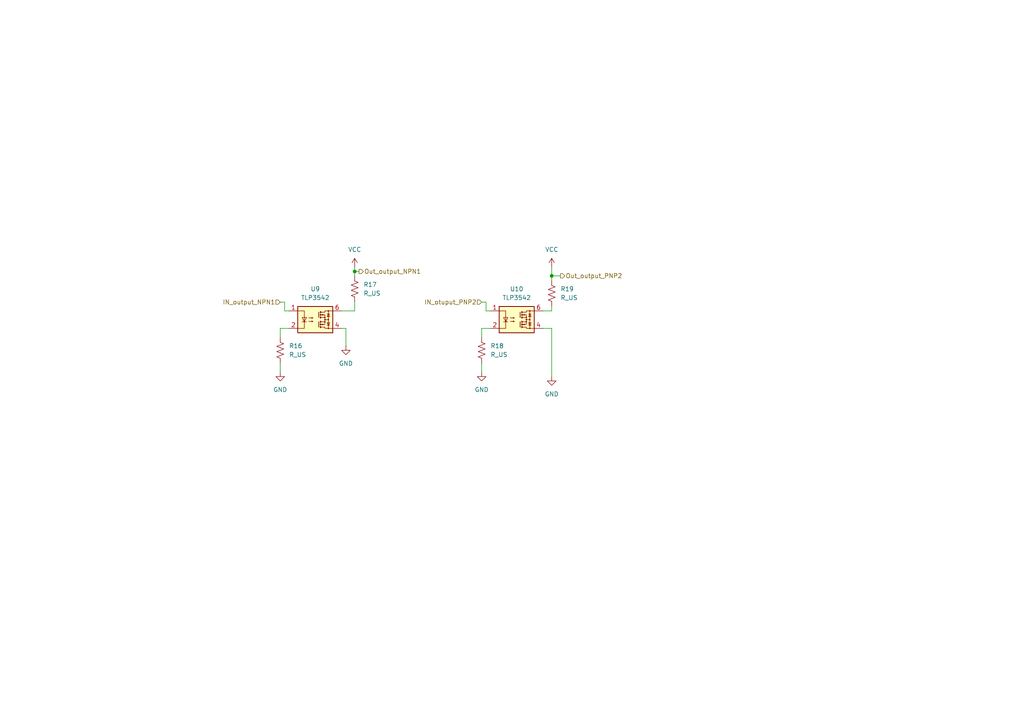
<source format=kicad_sch>
(kicad_sch
	(version 20231120)
	(generator "eeschema")
	(generator_version "8.0")
	(uuid "1f8f7a88-f920-4530-86bb-9885b2e842ee")
	(paper "A4")
	(lib_symbols
		(symbol "Device:R_US"
			(pin_numbers hide)
			(pin_names
				(offset 0)
			)
			(exclude_from_sim no)
			(in_bom yes)
			(on_board yes)
			(property "Reference" "R"
				(at 2.54 0 90)
				(effects
					(font
						(size 1.27 1.27)
					)
				)
			)
			(property "Value" "R_US"
				(at -2.54 0 90)
				(effects
					(font
						(size 1.27 1.27)
					)
				)
			)
			(property "Footprint" ""
				(at 1.016 -0.254 90)
				(effects
					(font
						(size 1.27 1.27)
					)
					(hide yes)
				)
			)
			(property "Datasheet" "~"
				(at 0 0 0)
				(effects
					(font
						(size 1.27 1.27)
					)
					(hide yes)
				)
			)
			(property "Description" "Resistor, US symbol"
				(at 0 0 0)
				(effects
					(font
						(size 1.27 1.27)
					)
					(hide yes)
				)
			)
			(property "ki_keywords" "R res resistor"
				(at 0 0 0)
				(effects
					(font
						(size 1.27 1.27)
					)
					(hide yes)
				)
			)
			(property "ki_fp_filters" "R_*"
				(at 0 0 0)
				(effects
					(font
						(size 1.27 1.27)
					)
					(hide yes)
				)
			)
			(symbol "R_US_0_1"
				(polyline
					(pts
						(xy 0 -2.286) (xy 0 -2.54)
					)
					(stroke
						(width 0)
						(type default)
					)
					(fill
						(type none)
					)
				)
				(polyline
					(pts
						(xy 0 2.286) (xy 0 2.54)
					)
					(stroke
						(width 0)
						(type default)
					)
					(fill
						(type none)
					)
				)
				(polyline
					(pts
						(xy 0 -0.762) (xy 1.016 -1.143) (xy 0 -1.524) (xy -1.016 -1.905) (xy 0 -2.286)
					)
					(stroke
						(width 0)
						(type default)
					)
					(fill
						(type none)
					)
				)
				(polyline
					(pts
						(xy 0 0.762) (xy 1.016 0.381) (xy 0 0) (xy -1.016 -0.381) (xy 0 -0.762)
					)
					(stroke
						(width 0)
						(type default)
					)
					(fill
						(type none)
					)
				)
				(polyline
					(pts
						(xy 0 2.286) (xy 1.016 1.905) (xy 0 1.524) (xy -1.016 1.143) (xy 0 0.762)
					)
					(stroke
						(width 0)
						(type default)
					)
					(fill
						(type none)
					)
				)
			)
			(symbol "R_US_1_1"
				(pin passive line
					(at 0 3.81 270)
					(length 1.27)
					(name "~"
						(effects
							(font
								(size 1.27 1.27)
							)
						)
					)
					(number "1"
						(effects
							(font
								(size 1.27 1.27)
							)
						)
					)
				)
				(pin passive line
					(at 0 -3.81 90)
					(length 1.27)
					(name "~"
						(effects
							(font
								(size 1.27 1.27)
							)
						)
					)
					(number "2"
						(effects
							(font
								(size 1.27 1.27)
							)
						)
					)
				)
			)
		)
		(symbol "Relay_SolidState:TLP3542"
			(exclude_from_sim no)
			(in_bom yes)
			(on_board yes)
			(property "Reference" "U"
				(at -3.81 5.08 0)
				(effects
					(font
						(size 1.27 1.27)
					)
				)
			)
			(property "Value" "TLP3542"
				(at -1.27 -5.08 0)
				(effects
					(font
						(size 1.27 1.27)
					)
				)
			)
			(property "Footprint" "Package_DIP:DIP-5-6_W7.62mm"
				(at 0 -7.62 0)
				(effects
					(font
						(size 1.27 1.27)
					)
					(hide yes)
				)
			)
			(property "Datasheet" "https://toshiba.semicon-storage.com/info/docget.jsp?did=1284&prodName=TLP3542"
				(at 0 0 0)
				(effects
					(font
						(size 1.27 1.27)
					)
					(hide yes)
				)
			)
			(property "Description" "Photo MOSFET optically coupled, ON 4A, 50mohm, OFF state 20V, Isolation 2500 VRMS, DIP-5-6"
				(at 0 0 0)
				(effects
					(font
						(size 1.27 1.27)
					)
					(hide yes)
				)
			)
			(property "ki_keywords" "photocouplers photorelay solidstate relay normally opened (1-Form-A)"
				(at 0 0 0)
				(effects
					(font
						(size 1.27 1.27)
					)
					(hide yes)
				)
			)
			(property "ki_fp_filters" "DIP*W7.62mm*"
				(at 0 0 0)
				(effects
					(font
						(size 1.27 1.27)
					)
					(hide yes)
				)
			)
			(symbol "TLP3542_0_1"
				(rectangle
					(start -5.08 3.81)
					(end 5.08 -3.81)
					(stroke
						(width 0.254)
						(type default)
					)
					(fill
						(type background)
					)
				)
				(polyline
					(pts
						(xy -3.81 -0.635) (xy -2.54 -0.635)
					)
					(stroke
						(width 0)
						(type default)
					)
					(fill
						(type none)
					)
				)
				(polyline
					(pts
						(xy 1.016 -0.635) (xy 1.016 -2.159)
					)
					(stroke
						(width 0.2032)
						(type default)
					)
					(fill
						(type none)
					)
				)
				(polyline
					(pts
						(xy 1.016 2.159) (xy 1.016 0.635)
					)
					(stroke
						(width 0.2032)
						(type default)
					)
					(fill
						(type none)
					)
				)
				(polyline
					(pts
						(xy 1.524 -0.508) (xy 1.524 -0.762)
					)
					(stroke
						(width 0.3556)
						(type default)
					)
					(fill
						(type none)
					)
				)
				(polyline
					(pts
						(xy 2.794 0) (xy 3.81 0)
					)
					(stroke
						(width 0)
						(type default)
					)
					(fill
						(type none)
					)
				)
				(polyline
					(pts
						(xy 3.429 -1.651) (xy 4.191 -1.651)
					)
					(stroke
						(width 0)
						(type default)
					)
					(fill
						(type none)
					)
				)
				(polyline
					(pts
						(xy 3.429 1.651) (xy 4.191 1.651)
					)
					(stroke
						(width 0)
						(type default)
					)
					(fill
						(type none)
					)
				)
				(polyline
					(pts
						(xy 3.81 -2.54) (xy 3.81 2.54)
					)
					(stroke
						(width 0)
						(type default)
					)
					(fill
						(type none)
					)
				)
				(polyline
					(pts
						(xy 1.524 -2.032) (xy 1.524 -2.286) (xy 1.524 -2.286)
					)
					(stroke
						(width 0.3556)
						(type default)
					)
					(fill
						(type none)
					)
				)
				(polyline
					(pts
						(xy 1.524 -1.27) (xy 1.524 -1.524) (xy 1.524 -1.524)
					)
					(stroke
						(width 0.3556)
						(type default)
					)
					(fill
						(type none)
					)
				)
				(polyline
					(pts
						(xy 1.524 0.762) (xy 1.524 0.508) (xy 1.524 0.508)
					)
					(stroke
						(width 0.3556)
						(type default)
					)
					(fill
						(type none)
					)
				)
				(polyline
					(pts
						(xy 1.524 1.524) (xy 1.524 1.27) (xy 1.524 1.27)
					)
					(stroke
						(width 0.3556)
						(type default)
					)
					(fill
						(type none)
					)
				)
				(polyline
					(pts
						(xy 1.524 2.286) (xy 1.524 2.032) (xy 1.524 2.032)
					)
					(stroke
						(width 0.3556)
						(type default)
					)
					(fill
						(type none)
					)
				)
				(polyline
					(pts
						(xy 1.651 -1.397) (xy 2.794 -1.397) (xy 2.794 -0.635)
					)
					(stroke
						(width 0)
						(type default)
					)
					(fill
						(type none)
					)
				)
				(polyline
					(pts
						(xy 1.651 1.397) (xy 2.794 1.397) (xy 2.794 0.635)
					)
					(stroke
						(width 0)
						(type default)
					)
					(fill
						(type none)
					)
				)
				(polyline
					(pts
						(xy -5.08 2.54) (xy -3.175 2.54) (xy -3.175 -2.54) (xy -5.08 -2.54)
					)
					(stroke
						(width 0)
						(type default)
					)
					(fill
						(type none)
					)
				)
				(polyline
					(pts
						(xy -3.175 -0.635) (xy -3.81 0.635) (xy -2.54 0.635) (xy -3.175 -0.635)
					)
					(stroke
						(width 0)
						(type default)
					)
					(fill
						(type none)
					)
				)
				(polyline
					(pts
						(xy 1.651 -2.159) (xy 2.794 -2.159) (xy 2.794 -2.54) (xy 5.08 -2.54)
					)
					(stroke
						(width 0)
						(type default)
					)
					(fill
						(type none)
					)
				)
				(polyline
					(pts
						(xy 1.651 -0.635) (xy 2.794 -0.635) (xy 2.794 0.635) (xy 1.651 0.635)
					)
					(stroke
						(width 0)
						(type default)
					)
					(fill
						(type none)
					)
				)
				(polyline
					(pts
						(xy 1.651 2.159) (xy 2.794 2.159) (xy 2.794 2.54) (xy 5.08 2.54)
					)
					(stroke
						(width 0)
						(type default)
					)
					(fill
						(type none)
					)
				)
				(polyline
					(pts
						(xy 1.778 -1.397) (xy 2.286 -1.27) (xy 2.286 -1.524) (xy 1.778 -1.397)
					)
					(stroke
						(width 0)
						(type default)
					)
					(fill
						(type none)
					)
				)
				(polyline
					(pts
						(xy 1.778 1.397) (xy 2.286 1.524) (xy 2.286 1.27) (xy 1.778 1.397)
					)
					(stroke
						(width 0)
						(type default)
					)
					(fill
						(type none)
					)
				)
				(polyline
					(pts
						(xy 3.81 -1.651) (xy 3.429 -0.889) (xy 4.191 -0.889) (xy 3.81 -1.651)
					)
					(stroke
						(width 0)
						(type default)
					)
					(fill
						(type none)
					)
				)
				(polyline
					(pts
						(xy 3.81 1.651) (xy 3.429 0.889) (xy 4.191 0.889) (xy 3.81 1.651)
					)
					(stroke
						(width 0)
						(type default)
					)
					(fill
						(type none)
					)
				)
				(polyline
					(pts
						(xy -1.905 -0.508) (xy -0.635 -0.508) (xy -1.016 -0.635) (xy -1.016 -0.381) (xy -0.635 -0.508)
					)
					(stroke
						(width 0)
						(type default)
					)
					(fill
						(type none)
					)
				)
				(polyline
					(pts
						(xy -1.905 0.508) (xy -0.635 0.508) (xy -1.016 0.381) (xy -1.016 0.635) (xy -0.635 0.508)
					)
					(stroke
						(width 0)
						(type default)
					)
					(fill
						(type none)
					)
				)
				(circle
					(center 2.794 -0.635)
					(radius 0.127)
					(stroke
						(width 0)
						(type default)
					)
					(fill
						(type none)
					)
				)
				(circle
					(center 2.794 0)
					(radius 0.127)
					(stroke
						(width 0)
						(type default)
					)
					(fill
						(type none)
					)
				)
				(circle
					(center 2.794 0.635)
					(radius 0.127)
					(stroke
						(width 0)
						(type default)
					)
					(fill
						(type none)
					)
				)
				(circle
					(center 3.81 -2.54)
					(radius 0.127)
					(stroke
						(width 0)
						(type default)
					)
					(fill
						(type none)
					)
				)
				(circle
					(center 3.81 0)
					(radius 0.127)
					(stroke
						(width 0)
						(type default)
					)
					(fill
						(type none)
					)
				)
				(circle
					(center 3.81 2.54)
					(radius 0.127)
					(stroke
						(width 0)
						(type default)
					)
					(fill
						(type none)
					)
				)
			)
			(symbol "TLP3542_1_1"
				(pin passive line
					(at -7.62 2.54 0)
					(length 2.54)
					(name "~"
						(effects
							(font
								(size 1.27 1.27)
							)
						)
					)
					(number "1"
						(effects
							(font
								(size 1.27 1.27)
							)
						)
					)
				)
				(pin passive line
					(at -7.62 -2.54 0)
					(length 2.54)
					(name "~"
						(effects
							(font
								(size 1.27 1.27)
							)
						)
					)
					(number "2"
						(effects
							(font
								(size 1.27 1.27)
							)
						)
					)
				)
				(pin no_connect line
					(at -5.08 0 0)
					(length 2.54) hide
					(name "~"
						(effects
							(font
								(size 1.27 1.27)
							)
						)
					)
					(number "3"
						(effects
							(font
								(size 1.27 1.27)
							)
						)
					)
				)
				(pin passive line
					(at 7.62 -2.54 180)
					(length 2.54)
					(name "~"
						(effects
							(font
								(size 1.27 1.27)
							)
						)
					)
					(number "4"
						(effects
							(font
								(size 1.27 1.27)
							)
						)
					)
				)
				(pin passive line
					(at 7.62 2.54 180)
					(length 2.54)
					(name "~"
						(effects
							(font
								(size 1.27 1.27)
							)
						)
					)
					(number "6"
						(effects
							(font
								(size 1.27 1.27)
							)
						)
					)
				)
			)
		)
		(symbol "power:GND"
			(power)
			(pin_numbers hide)
			(pin_names
				(offset 0) hide)
			(exclude_from_sim no)
			(in_bom yes)
			(on_board yes)
			(property "Reference" "#PWR"
				(at 0 -6.35 0)
				(effects
					(font
						(size 1.27 1.27)
					)
					(hide yes)
				)
			)
			(property "Value" "GND"
				(at 0 -3.81 0)
				(effects
					(font
						(size 1.27 1.27)
					)
				)
			)
			(property "Footprint" ""
				(at 0 0 0)
				(effects
					(font
						(size 1.27 1.27)
					)
					(hide yes)
				)
			)
			(property "Datasheet" ""
				(at 0 0 0)
				(effects
					(font
						(size 1.27 1.27)
					)
					(hide yes)
				)
			)
			(property "Description" "Power symbol creates a global label with name \"GND\" , ground"
				(at 0 0 0)
				(effects
					(font
						(size 1.27 1.27)
					)
					(hide yes)
				)
			)
			(property "ki_keywords" "global power"
				(at 0 0 0)
				(effects
					(font
						(size 1.27 1.27)
					)
					(hide yes)
				)
			)
			(symbol "GND_0_1"
				(polyline
					(pts
						(xy 0 0) (xy 0 -1.27) (xy 1.27 -1.27) (xy 0 -2.54) (xy -1.27 -1.27) (xy 0 -1.27)
					)
					(stroke
						(width 0)
						(type default)
					)
					(fill
						(type none)
					)
				)
			)
			(symbol "GND_1_1"
				(pin power_in line
					(at 0 0 270)
					(length 0)
					(name "~"
						(effects
							(font
								(size 1.27 1.27)
							)
						)
					)
					(number "1"
						(effects
							(font
								(size 1.27 1.27)
							)
						)
					)
				)
			)
		)
		(symbol "power:VCC"
			(power)
			(pin_numbers hide)
			(pin_names
				(offset 0) hide)
			(exclude_from_sim no)
			(in_bom yes)
			(on_board yes)
			(property "Reference" "#PWR"
				(at 0 -3.81 0)
				(effects
					(font
						(size 1.27 1.27)
					)
					(hide yes)
				)
			)
			(property "Value" "VCC"
				(at 0 3.556 0)
				(effects
					(font
						(size 1.27 1.27)
					)
				)
			)
			(property "Footprint" ""
				(at 0 0 0)
				(effects
					(font
						(size 1.27 1.27)
					)
					(hide yes)
				)
			)
			(property "Datasheet" ""
				(at 0 0 0)
				(effects
					(font
						(size 1.27 1.27)
					)
					(hide yes)
				)
			)
			(property "Description" "Power symbol creates a global label with name \"VCC\""
				(at 0 0 0)
				(effects
					(font
						(size 1.27 1.27)
					)
					(hide yes)
				)
			)
			(property "ki_keywords" "global power"
				(at 0 0 0)
				(effects
					(font
						(size 1.27 1.27)
					)
					(hide yes)
				)
			)
			(symbol "VCC_0_1"
				(polyline
					(pts
						(xy -0.762 1.27) (xy 0 2.54)
					)
					(stroke
						(width 0)
						(type default)
					)
					(fill
						(type none)
					)
				)
				(polyline
					(pts
						(xy 0 0) (xy 0 2.54)
					)
					(stroke
						(width 0)
						(type default)
					)
					(fill
						(type none)
					)
				)
				(polyline
					(pts
						(xy 0 2.54) (xy 0.762 1.27)
					)
					(stroke
						(width 0)
						(type default)
					)
					(fill
						(type none)
					)
				)
			)
			(symbol "VCC_1_1"
				(pin power_in line
					(at 0 0 90)
					(length 0)
					(name "~"
						(effects
							(font
								(size 1.27 1.27)
							)
						)
					)
					(number "1"
						(effects
							(font
								(size 1.27 1.27)
							)
						)
					)
				)
			)
		)
	)
	(junction
		(at 102.87 78.74)
		(diameter 0)
		(color 0 0 0 0)
		(uuid "47977089-e142-4573-8cf7-ad72694783ae")
	)
	(junction
		(at 160.02 80.01)
		(diameter 0)
		(color 0 0 0 0)
		(uuid "de55bcf9-5da6-458a-b334-095934ef5483")
	)
	(wire
		(pts
			(xy 160.02 95.25) (xy 160.02 109.22)
		)
		(stroke
			(width 0)
			(type default)
		)
		(uuid "0462ee7f-5cc8-4617-9fe2-064877bab2ae")
	)
	(wire
		(pts
			(xy 162.56 80.01) (xy 160.02 80.01)
		)
		(stroke
			(width 0)
			(type default)
		)
		(uuid "0941cd46-fc24-4a17-bd77-3e0495bf8aaa")
	)
	(wire
		(pts
			(xy 160.02 95.25) (xy 157.48 95.25)
		)
		(stroke
			(width 0)
			(type default)
		)
		(uuid "116bf743-b76b-461a-9535-5f28b8397bac")
	)
	(wire
		(pts
			(xy 140.97 87.63) (xy 139.7 87.63)
		)
		(stroke
			(width 0)
			(type default)
		)
		(uuid "1ba48afd-8dd0-4264-989b-c0b0ef006d98")
	)
	(wire
		(pts
			(xy 102.87 87.63) (xy 102.87 90.17)
		)
		(stroke
			(width 0)
			(type default)
		)
		(uuid "1e79655d-85ac-489f-8d84-6168899ae2fd")
	)
	(wire
		(pts
			(xy 160.02 80.01) (xy 160.02 81.28)
		)
		(stroke
			(width 0)
			(type default)
		)
		(uuid "1eccd335-4f5f-47d6-ab5a-449cfd3ec635")
	)
	(wire
		(pts
			(xy 81.28 95.25) (xy 81.28 97.79)
		)
		(stroke
			(width 0)
			(type default)
		)
		(uuid "2d111de1-f7f7-4342-801a-44c69f3aba7c")
	)
	(wire
		(pts
			(xy 102.87 78.74) (xy 102.87 80.01)
		)
		(stroke
			(width 0)
			(type default)
		)
		(uuid "34ce28c9-4388-433d-b9f1-cb5d5655b42c")
	)
	(wire
		(pts
			(xy 102.87 77.47) (xy 102.87 78.74)
		)
		(stroke
			(width 0)
			(type default)
		)
		(uuid "4256d980-1d4c-45f4-8e3b-3ad2e0bbd587")
	)
	(wire
		(pts
			(xy 139.7 95.25) (xy 139.7 97.79)
		)
		(stroke
			(width 0)
			(type default)
		)
		(uuid "45fe8476-e38d-48ee-8ceb-32e71a5ecc0a")
	)
	(wire
		(pts
			(xy 160.02 77.47) (xy 160.02 80.01)
		)
		(stroke
			(width 0)
			(type default)
		)
		(uuid "51c20749-12be-411f-800b-fb9a2f06782d")
	)
	(wire
		(pts
			(xy 102.87 78.74) (xy 104.14 78.74)
		)
		(stroke
			(width 0)
			(type default)
		)
		(uuid "5a2fc606-6944-4c89-b27a-4e6e39d38aa1")
	)
	(wire
		(pts
			(xy 81.28 105.41) (xy 81.28 107.95)
		)
		(stroke
			(width 0)
			(type default)
		)
		(uuid "5a83b831-e5ac-4629-a7ba-5ee2966634ac")
	)
	(wire
		(pts
			(xy 100.33 95.25) (xy 100.33 100.33)
		)
		(stroke
			(width 0)
			(type default)
		)
		(uuid "5aa5f8c1-ffb3-48d2-8cec-906401f9e817")
	)
	(wire
		(pts
			(xy 140.97 90.17) (xy 140.97 87.63)
		)
		(stroke
			(width 0)
			(type default)
		)
		(uuid "6585bbbf-841d-4b88-ac81-42e64099036b")
	)
	(wire
		(pts
			(xy 82.55 87.63) (xy 81.28 87.63)
		)
		(stroke
			(width 0)
			(type default)
		)
		(uuid "698aab8d-3f5d-4c53-862b-31fece38ab7e")
	)
	(wire
		(pts
			(xy 142.24 95.25) (xy 139.7 95.25)
		)
		(stroke
			(width 0)
			(type default)
		)
		(uuid "773835a6-1b10-4c2b-820c-a5c753782dc0")
	)
	(wire
		(pts
			(xy 83.82 95.25) (xy 81.28 95.25)
		)
		(stroke
			(width 0)
			(type default)
		)
		(uuid "7a01a404-bb04-4198-ab82-d75e7ed362a0")
	)
	(wire
		(pts
			(xy 139.7 105.41) (xy 139.7 107.95)
		)
		(stroke
			(width 0)
			(type default)
		)
		(uuid "92b09a47-efbc-4d38-a204-73974321cb20")
	)
	(wire
		(pts
			(xy 82.55 90.17) (xy 82.55 87.63)
		)
		(stroke
			(width 0)
			(type default)
		)
		(uuid "b4b56d85-91d2-4974-b2ab-fd775064cdfe")
	)
	(wire
		(pts
			(xy 140.97 90.17) (xy 142.24 90.17)
		)
		(stroke
			(width 0)
			(type default)
		)
		(uuid "be1b743f-2c6f-4760-ba5e-a2427e7905d6")
	)
	(wire
		(pts
			(xy 160.02 90.17) (xy 160.02 88.9)
		)
		(stroke
			(width 0)
			(type default)
		)
		(uuid "cd4272e4-12df-467b-82ad-79ba4dadc674")
	)
	(wire
		(pts
			(xy 102.87 90.17) (xy 99.06 90.17)
		)
		(stroke
			(width 0)
			(type default)
		)
		(uuid "d09b3daa-a6c9-4762-9223-f531c5979b87")
	)
	(wire
		(pts
			(xy 157.48 90.17) (xy 160.02 90.17)
		)
		(stroke
			(width 0)
			(type default)
		)
		(uuid "e5cd0017-fdd9-4612-974c-ff3c92eecb20")
	)
	(wire
		(pts
			(xy 100.33 95.25) (xy 99.06 95.25)
		)
		(stroke
			(width 0)
			(type default)
		)
		(uuid "f1a7cb5a-f39c-4829-9536-0965adfd1752")
	)
	(wire
		(pts
			(xy 82.55 90.17) (xy 83.82 90.17)
		)
		(stroke
			(width 0)
			(type default)
		)
		(uuid "f44fbcf9-6d11-49df-8406-ca0e8a017f81")
	)
	(hierarchical_label "Out_output_PNP2"
		(shape output)
		(at 162.56 80.01 0)
		(fields_autoplaced yes)
		(effects
			(font
				(size 1.27 1.27)
			)
			(justify left)
		)
		(uuid "5b1c1ef4-016c-4354-ae87-034a9d064e63")
	)
	(hierarchical_label "IN_otuput_PNP2"
		(shape input)
		(at 139.7 87.63 180)
		(fields_autoplaced yes)
		(effects
			(font
				(size 1.27 1.27)
			)
			(justify right)
		)
		(uuid "6f28951b-0584-4b8b-a4b3-11a68a87d51c")
	)
	(hierarchical_label "Out_output_NPN1"
		(shape output)
		(at 104.14 78.74 0)
		(fields_autoplaced yes)
		(effects
			(font
				(size 1.27 1.27)
			)
			(justify left)
		)
		(uuid "8b7e623a-acdd-4cba-8974-edce7cf420e9")
	)
	(hierarchical_label "IN_output_NPN1"
		(shape input)
		(at 81.28 87.63 180)
		(fields_autoplaced yes)
		(effects
			(font
				(size 1.27 1.27)
			)
			(justify right)
		)
		(uuid "d98d7509-f51e-4f61-a3f6-5d10c7950952")
	)
	(symbol
		(lib_id "power:VCC")
		(at 102.87 77.47 0)
		(unit 1)
		(exclude_from_sim no)
		(in_bom yes)
		(on_board yes)
		(dnp no)
		(fields_autoplaced yes)
		(uuid "06e8cb34-c27a-4737-be02-164925757d19")
		(property "Reference" "#PWR038"
			(at 102.87 81.28 0)
			(effects
				(font
					(size 1.27 1.27)
				)
				(hide yes)
			)
		)
		(property "Value" "VCC"
			(at 102.87 72.39 0)
			(effects
				(font
					(size 1.27 1.27)
				)
			)
		)
		(property "Footprint" ""
			(at 102.87 77.47 0)
			(effects
				(font
					(size 1.27 1.27)
				)
				(hide yes)
			)
		)
		(property "Datasheet" ""
			(at 102.87 77.47 0)
			(effects
				(font
					(size 1.27 1.27)
				)
				(hide yes)
			)
		)
		(property "Description" "Power symbol creates a global label with name \"VCC\""
			(at 102.87 77.47 0)
			(effects
				(font
					(size 1.27 1.27)
				)
				(hide yes)
			)
		)
		(pin "1"
			(uuid "2e30ca76-7172-4861-9761-4af31e4ac43e")
		)
		(instances
			(project "ZorionX-Nivara"
				(path "/ae5c9891-8291-492e-8a61-8ac340267b67/d47eca49-96e4-4138-8979-47bb60019f67/a861ea7e-2f53-4357-9b1d-7e48dc96ca0d"
					(reference "#PWR038")
					(unit 1)
				)
			)
		)
	)
	(symbol
		(lib_id "Device:R_US")
		(at 139.7 101.6 0)
		(unit 1)
		(exclude_from_sim no)
		(in_bom yes)
		(on_board yes)
		(dnp no)
		(fields_autoplaced yes)
		(uuid "0fa1f2e8-e235-47bb-84f8-4acdfd8f77ad")
		(property "Reference" "R18"
			(at 142.24 100.3299 0)
			(effects
				(font
					(size 1.27 1.27)
				)
				(justify left)
			)
		)
		(property "Value" "R_US"
			(at 142.24 102.8699 0)
			(effects
				(font
					(size 1.27 1.27)
				)
				(justify left)
			)
		)
		(property "Footprint" "Resistor_SMD:R_0603_1608Metric"
			(at 140.716 101.854 90)
			(effects
				(font
					(size 1.27 1.27)
				)
				(hide yes)
			)
		)
		(property "Datasheet" "~"
			(at 139.7 101.6 0)
			(effects
				(font
					(size 1.27 1.27)
				)
				(hide yes)
			)
		)
		(property "Description" "Resistor, US symbol"
			(at 139.7 101.6 0)
			(effects
				(font
					(size 1.27 1.27)
				)
				(hide yes)
			)
		)
		(pin "2"
			(uuid "c2d1cfd9-6b2f-486d-bdc7-0c558d8fe545")
		)
		(pin "1"
			(uuid "a61f85ba-e33a-4a94-aeec-22a84561e79b")
		)
		(instances
			(project "ZorionX-Nivara"
				(path "/ae5c9891-8291-492e-8a61-8ac340267b67/d47eca49-96e4-4138-8979-47bb60019f67/a861ea7e-2f53-4357-9b1d-7e48dc96ca0d"
					(reference "R18")
					(unit 1)
				)
			)
		)
	)
	(symbol
		(lib_id "power:GND")
		(at 160.02 109.22 0)
		(unit 1)
		(exclude_from_sim no)
		(in_bom yes)
		(on_board yes)
		(dnp no)
		(fields_autoplaced yes)
		(uuid "1ce1319a-d4dd-4e47-9de0-df51b00302a1")
		(property "Reference" "#PWR041"
			(at 160.02 115.57 0)
			(effects
				(font
					(size 1.27 1.27)
				)
				(hide yes)
			)
		)
		(property "Value" "GND"
			(at 160.02 114.3 0)
			(effects
				(font
					(size 1.27 1.27)
				)
			)
		)
		(property "Footprint" ""
			(at 160.02 109.22 0)
			(effects
				(font
					(size 1.27 1.27)
				)
				(hide yes)
			)
		)
		(property "Datasheet" ""
			(at 160.02 109.22 0)
			(effects
				(font
					(size 1.27 1.27)
				)
				(hide yes)
			)
		)
		(property "Description" "Power symbol creates a global label with name \"GND\" , ground"
			(at 160.02 109.22 0)
			(effects
				(font
					(size 1.27 1.27)
				)
				(hide yes)
			)
		)
		(pin "1"
			(uuid "38d51ff6-937e-4a80-ac0d-c16f9b00e447")
		)
		(instances
			(project "ZorionX-Nivara"
				(path "/ae5c9891-8291-492e-8a61-8ac340267b67/d47eca49-96e4-4138-8979-47bb60019f67/a861ea7e-2f53-4357-9b1d-7e48dc96ca0d"
					(reference "#PWR041")
					(unit 1)
				)
			)
		)
	)
	(symbol
		(lib_id "Relay_SolidState:TLP3542")
		(at 149.86 92.71 0)
		(unit 1)
		(exclude_from_sim no)
		(in_bom yes)
		(on_board yes)
		(dnp no)
		(fields_autoplaced yes)
		(uuid "2a9ef7d0-12a1-49b6-a86e-8575485c5671")
		(property "Reference" "U10"
			(at 149.86 83.82 0)
			(effects
				(font
					(size 1.27 1.27)
				)
			)
		)
		(property "Value" "TLP3542"
			(at 149.86 86.36 0)
			(effects
				(font
					(size 1.27 1.27)
				)
			)
		)
		(property "Footprint" "Package_SO:SOP-4_3.8x4.1mm_P2.54mm"
			(at 149.86 100.33 0)
			(effects
				(font
					(size 1.27 1.27)
				)
				(hide yes)
			)
		)
		(property "Datasheet" "https://toshiba.semicon-storage.com/info/docget.jsp?did=1284&prodName=TLP3542"
			(at 149.86 92.71 0)
			(effects
				(font
					(size 1.27 1.27)
				)
				(hide yes)
			)
		)
		(property "Description" "Photo MOSFET optically coupled, ON 4A, 50mohm, OFF state 20V, Isolation 2500 VRMS, DIP-5-6"
			(at 149.86 92.71 0)
			(effects
				(font
					(size 1.27 1.27)
				)
				(hide yes)
			)
		)
		(pin "3"
			(uuid "6d5533fc-a067-461c-b109-127d60462f13")
		)
		(pin "2"
			(uuid "100cb933-02ac-4bd3-ab72-25bb2bee02ff")
		)
		(pin "4"
			(uuid "dc614e4f-3b11-4f49-b4c9-18fa47ac33ac")
		)
		(pin "6"
			(uuid "31adcbed-d7c0-404f-9710-2606685ed7a6")
		)
		(pin "1"
			(uuid "495dbc4c-5300-4a4b-9168-f4a56a94aa6c")
		)
		(instances
			(project "ZorionX-Nivara"
				(path "/ae5c9891-8291-492e-8a61-8ac340267b67/d47eca49-96e4-4138-8979-47bb60019f67/a861ea7e-2f53-4357-9b1d-7e48dc96ca0d"
					(reference "U10")
					(unit 1)
				)
			)
		)
	)
	(symbol
		(lib_id "Device:R_US")
		(at 81.28 101.6 0)
		(unit 1)
		(exclude_from_sim no)
		(in_bom yes)
		(on_board yes)
		(dnp no)
		(fields_autoplaced yes)
		(uuid "3d6036dd-aa25-4137-8f24-b6386755f1ff")
		(property "Reference" "R16"
			(at 83.82 100.3299 0)
			(effects
				(font
					(size 1.27 1.27)
				)
				(justify left)
			)
		)
		(property "Value" "R_US"
			(at 83.82 102.8699 0)
			(effects
				(font
					(size 1.27 1.27)
				)
				(justify left)
			)
		)
		(property "Footprint" "Resistor_SMD:R_0603_1608Metric"
			(at 82.296 101.854 90)
			(effects
				(font
					(size 1.27 1.27)
				)
				(hide yes)
			)
		)
		(property "Datasheet" "~"
			(at 81.28 101.6 0)
			(effects
				(font
					(size 1.27 1.27)
				)
				(hide yes)
			)
		)
		(property "Description" "Resistor, US symbol"
			(at 81.28 101.6 0)
			(effects
				(font
					(size 1.27 1.27)
				)
				(hide yes)
			)
		)
		(pin "2"
			(uuid "b3cf35f6-afe2-40e9-8434-21ca8c83f1bb")
		)
		(pin "1"
			(uuid "c30f188a-97d0-4be4-bb85-4740d2f8ebbc")
		)
		(instances
			(project "ZorionX-Nivara"
				(path "/ae5c9891-8291-492e-8a61-8ac340267b67/d47eca49-96e4-4138-8979-47bb60019f67/a861ea7e-2f53-4357-9b1d-7e48dc96ca0d"
					(reference "R16")
					(unit 1)
				)
			)
		)
	)
	(symbol
		(lib_id "Device:R_US")
		(at 102.87 83.82 0)
		(unit 1)
		(exclude_from_sim no)
		(in_bom yes)
		(on_board yes)
		(dnp no)
		(fields_autoplaced yes)
		(uuid "4e1047a8-2428-48e8-8711-b38522315cb7")
		(property "Reference" "R17"
			(at 105.41 82.5499 0)
			(effects
				(font
					(size 1.27 1.27)
				)
				(justify left)
			)
		)
		(property "Value" "R_US"
			(at 105.41 85.0899 0)
			(effects
				(font
					(size 1.27 1.27)
				)
				(justify left)
			)
		)
		(property "Footprint" "Resistor_SMD:R_0603_1608Metric"
			(at 103.886 84.074 90)
			(effects
				(font
					(size 1.27 1.27)
				)
				(hide yes)
			)
		)
		(property "Datasheet" "~"
			(at 102.87 83.82 0)
			(effects
				(font
					(size 1.27 1.27)
				)
				(hide yes)
			)
		)
		(property "Description" "Resistor, US symbol"
			(at 102.87 83.82 0)
			(effects
				(font
					(size 1.27 1.27)
				)
				(hide yes)
			)
		)
		(pin "2"
			(uuid "1b0c2487-6fb9-4ab9-be77-89164d2d03af")
		)
		(pin "1"
			(uuid "85c60892-5832-4f99-b4d9-9159350fa82e")
		)
		(instances
			(project "ZorionX-Nivara"
				(path "/ae5c9891-8291-492e-8a61-8ac340267b67/d47eca49-96e4-4138-8979-47bb60019f67/a861ea7e-2f53-4357-9b1d-7e48dc96ca0d"
					(reference "R17")
					(unit 1)
				)
			)
		)
	)
	(symbol
		(lib_id "power:GND")
		(at 100.33 100.33 0)
		(unit 1)
		(exclude_from_sim no)
		(in_bom yes)
		(on_board yes)
		(dnp no)
		(fields_autoplaced yes)
		(uuid "5059ac34-8f86-41b2-b76f-de52c92fb513")
		(property "Reference" "#PWR037"
			(at 100.33 106.68 0)
			(effects
				(font
					(size 1.27 1.27)
				)
				(hide yes)
			)
		)
		(property "Value" "GND"
			(at 100.33 105.41 0)
			(effects
				(font
					(size 1.27 1.27)
				)
			)
		)
		(property "Footprint" ""
			(at 100.33 100.33 0)
			(effects
				(font
					(size 1.27 1.27)
				)
				(hide yes)
			)
		)
		(property "Datasheet" ""
			(at 100.33 100.33 0)
			(effects
				(font
					(size 1.27 1.27)
				)
				(hide yes)
			)
		)
		(property "Description" "Power symbol creates a global label with name \"GND\" , ground"
			(at 100.33 100.33 0)
			(effects
				(font
					(size 1.27 1.27)
				)
				(hide yes)
			)
		)
		(pin "1"
			(uuid "6e4ce8f4-5821-405a-a10f-8706496858cc")
		)
		(instances
			(project "ZorionX-Nivara"
				(path "/ae5c9891-8291-492e-8a61-8ac340267b67/d47eca49-96e4-4138-8979-47bb60019f67/a861ea7e-2f53-4357-9b1d-7e48dc96ca0d"
					(reference "#PWR037")
					(unit 1)
				)
			)
		)
	)
	(symbol
		(lib_id "power:GND")
		(at 81.28 107.95 0)
		(unit 1)
		(exclude_from_sim no)
		(in_bom yes)
		(on_board yes)
		(dnp no)
		(fields_autoplaced yes)
		(uuid "510ae4b2-fd3b-43a7-bda9-78099b37cbe0")
		(property "Reference" "#PWR036"
			(at 81.28 114.3 0)
			(effects
				(font
					(size 1.27 1.27)
				)
				(hide yes)
			)
		)
		(property "Value" "GND"
			(at 81.28 113.03 0)
			(effects
				(font
					(size 1.27 1.27)
				)
			)
		)
		(property "Footprint" ""
			(at 81.28 107.95 0)
			(effects
				(font
					(size 1.27 1.27)
				)
				(hide yes)
			)
		)
		(property "Datasheet" ""
			(at 81.28 107.95 0)
			(effects
				(font
					(size 1.27 1.27)
				)
				(hide yes)
			)
		)
		(property "Description" "Power symbol creates a global label with name \"GND\" , ground"
			(at 81.28 107.95 0)
			(effects
				(font
					(size 1.27 1.27)
				)
				(hide yes)
			)
		)
		(pin "1"
			(uuid "323e0ad7-af02-497e-ae25-5e7da0f547e2")
		)
		(instances
			(project "ZorionX-Nivara"
				(path "/ae5c9891-8291-492e-8a61-8ac340267b67/d47eca49-96e4-4138-8979-47bb60019f67/a861ea7e-2f53-4357-9b1d-7e48dc96ca0d"
					(reference "#PWR036")
					(unit 1)
				)
			)
		)
	)
	(symbol
		(lib_id "Device:R_US")
		(at 160.02 85.09 0)
		(unit 1)
		(exclude_from_sim no)
		(in_bom yes)
		(on_board yes)
		(dnp no)
		(fields_autoplaced yes)
		(uuid "811a03f7-7b7b-43eb-85a4-295c3080a1c6")
		(property "Reference" "R19"
			(at 162.56 83.8199 0)
			(effects
				(font
					(size 1.27 1.27)
				)
				(justify left)
			)
		)
		(property "Value" "R_US"
			(at 162.56 86.3599 0)
			(effects
				(font
					(size 1.27 1.27)
				)
				(justify left)
			)
		)
		(property "Footprint" "Resistor_SMD:R_0603_1608Metric"
			(at 161.036 85.344 90)
			(effects
				(font
					(size 1.27 1.27)
				)
				(hide yes)
			)
		)
		(property "Datasheet" "~"
			(at 160.02 85.09 0)
			(effects
				(font
					(size 1.27 1.27)
				)
				(hide yes)
			)
		)
		(property "Description" "Resistor, US symbol"
			(at 160.02 85.09 0)
			(effects
				(font
					(size 1.27 1.27)
				)
				(hide yes)
			)
		)
		(pin "2"
			(uuid "dc670826-5f93-408b-a099-5984b2d99b13")
		)
		(pin "1"
			(uuid "53e28e69-415e-4acf-80c6-5cc5fc566ed1")
		)
		(instances
			(project "ZorionX-Nivara"
				(path "/ae5c9891-8291-492e-8a61-8ac340267b67/d47eca49-96e4-4138-8979-47bb60019f67/a861ea7e-2f53-4357-9b1d-7e48dc96ca0d"
					(reference "R19")
					(unit 1)
				)
			)
		)
	)
	(symbol
		(lib_id "power:GND")
		(at 139.7 107.95 0)
		(unit 1)
		(exclude_from_sim no)
		(in_bom yes)
		(on_board yes)
		(dnp no)
		(fields_autoplaced yes)
		(uuid "99710505-cdce-4080-bab9-04771312b4ff")
		(property "Reference" "#PWR039"
			(at 139.7 114.3 0)
			(effects
				(font
					(size 1.27 1.27)
				)
				(hide yes)
			)
		)
		(property "Value" "GND"
			(at 139.7 113.03 0)
			(effects
				(font
					(size 1.27 1.27)
				)
			)
		)
		(property "Footprint" ""
			(at 139.7 107.95 0)
			(effects
				(font
					(size 1.27 1.27)
				)
				(hide yes)
			)
		)
		(property "Datasheet" ""
			(at 139.7 107.95 0)
			(effects
				(font
					(size 1.27 1.27)
				)
				(hide yes)
			)
		)
		(property "Description" "Power symbol creates a global label with name \"GND\" , ground"
			(at 139.7 107.95 0)
			(effects
				(font
					(size 1.27 1.27)
				)
				(hide yes)
			)
		)
		(pin "1"
			(uuid "fb53eb66-b6f3-468c-bf5e-2c4e1c92c653")
		)
		(instances
			(project "ZorionX-Nivara"
				(path "/ae5c9891-8291-492e-8a61-8ac340267b67/d47eca49-96e4-4138-8979-47bb60019f67/a861ea7e-2f53-4357-9b1d-7e48dc96ca0d"
					(reference "#PWR039")
					(unit 1)
				)
			)
		)
	)
	(symbol
		(lib_id "Relay_SolidState:TLP3542")
		(at 91.44 92.71 0)
		(unit 1)
		(exclude_from_sim no)
		(in_bom yes)
		(on_board yes)
		(dnp no)
		(fields_autoplaced yes)
		(uuid "d4fe3b3d-907a-47aa-a6b1-2173e65d4125")
		(property "Reference" "U9"
			(at 91.44 83.82 0)
			(effects
				(font
					(size 1.27 1.27)
				)
			)
		)
		(property "Value" "TLP3542"
			(at 91.44 86.36 0)
			(effects
				(font
					(size 1.27 1.27)
				)
			)
		)
		(property "Footprint" "Package_SO:SOP-4_3.8x4.1mm_P2.54mm"
			(at 91.44 100.33 0)
			(effects
				(font
					(size 1.27 1.27)
				)
				(hide yes)
			)
		)
		(property "Datasheet" "https://toshiba.semicon-storage.com/info/docget.jsp?did=1284&prodName=TLP3542"
			(at 91.44 92.71 0)
			(effects
				(font
					(size 1.27 1.27)
				)
				(hide yes)
			)
		)
		(property "Description" "Photo MOSFET optically coupled, ON 4A, 50mohm, OFF state 20V, Isolation 2500 VRMS, DIP-5-6"
			(at 91.44 92.71 0)
			(effects
				(font
					(size 1.27 1.27)
				)
				(hide yes)
			)
		)
		(pin "3"
			(uuid "1442bd5f-6393-4f17-b4ae-78c3c030cc7e")
		)
		(pin "2"
			(uuid "8504e49b-d799-45db-9b57-9c718d8f3b96")
		)
		(pin "4"
			(uuid "cdd565d0-cdb7-4a80-aba1-413d2d8817dd")
		)
		(pin "6"
			(uuid "7872a9bd-d8be-4177-b5e1-62f774b69847")
		)
		(pin "1"
			(uuid "84ac9f83-5c42-4089-8658-650656c95489")
		)
		(instances
			(project "ZorionX-Nivara"
				(path "/ae5c9891-8291-492e-8a61-8ac340267b67/d47eca49-96e4-4138-8979-47bb60019f67/a861ea7e-2f53-4357-9b1d-7e48dc96ca0d"
					(reference "U9")
					(unit 1)
				)
			)
		)
	)
	(symbol
		(lib_id "power:VCC")
		(at 160.02 77.47 0)
		(unit 1)
		(exclude_from_sim no)
		(in_bom yes)
		(on_board yes)
		(dnp no)
		(fields_autoplaced yes)
		(uuid "d744bffe-2ae9-4b5f-a076-840da7fac170")
		(property "Reference" "#PWR040"
			(at 160.02 81.28 0)
			(effects
				(font
					(size 1.27 1.27)
				)
				(hide yes)
			)
		)
		(property "Value" "VCC"
			(at 160.02 72.39 0)
			(effects
				(font
					(size 1.27 1.27)
				)
			)
		)
		(property "Footprint" ""
			(at 160.02 77.47 0)
			(effects
				(font
					(size 1.27 1.27)
				)
				(hide yes)
			)
		)
		(property "Datasheet" ""
			(at 160.02 77.47 0)
			(effects
				(font
					(size 1.27 1.27)
				)
				(hide yes)
			)
		)
		(property "Description" "Power symbol creates a global label with name \"VCC\""
			(at 160.02 77.47 0)
			(effects
				(font
					(size 1.27 1.27)
				)
				(hide yes)
			)
		)
		(pin "1"
			(uuid "1a8b7fb4-5425-46f1-9941-a494aac72dfa")
		)
		(instances
			(project "ZorionX-Nivara"
				(path "/ae5c9891-8291-492e-8a61-8ac340267b67/d47eca49-96e4-4138-8979-47bb60019f67/a861ea7e-2f53-4357-9b1d-7e48dc96ca0d"
					(reference "#PWR040")
					(unit 1)
				)
			)
		)
	)
)
</source>
